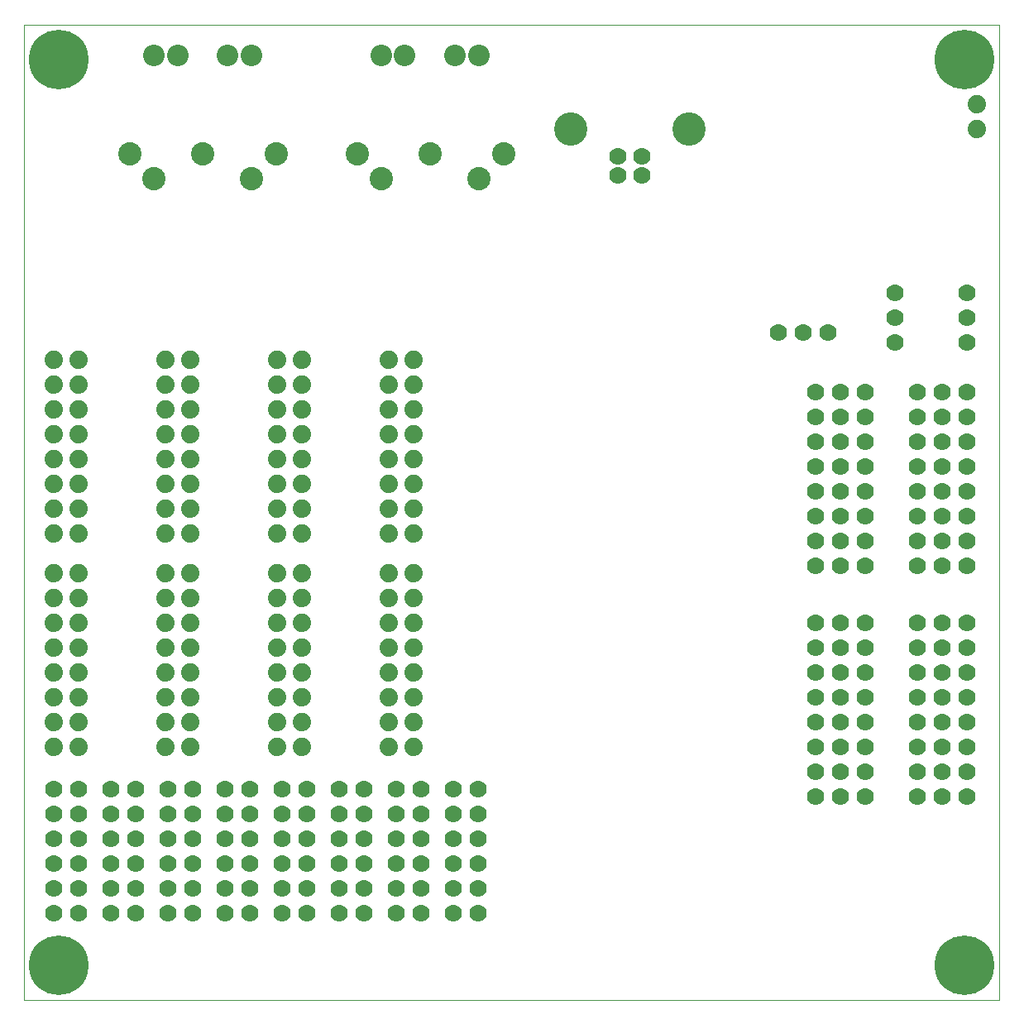
<source format=gbs>
G75*
%MOIN*%
%OFA0B0*%
%FSLAX25Y25*%
%IPPOS*%
%LPD*%
%AMOC8*
5,1,8,0,0,1.08239X$1,22.5*
%
%ADD10C,0.00000*%
%ADD11C,0.07000*%
%ADD12C,0.13400*%
%ADD13C,0.09400*%
%ADD14C,0.08668*%
%ADD15C,0.07400*%
%ADD16C,0.24022*%
D10*
X0001500Y0001500D02*
X0001500Y0394500D01*
X0394500Y0394500D01*
X0394500Y0001500D01*
X0001500Y0001500D01*
D11*
X0013500Y0036500D03*
X0013500Y0046500D03*
X0023500Y0046500D03*
X0023500Y0036500D03*
X0036500Y0036500D03*
X0036500Y0046500D03*
X0046500Y0046500D03*
X0046500Y0036500D03*
X0059500Y0036500D03*
X0059500Y0046500D03*
X0069500Y0046500D03*
X0069500Y0036500D03*
X0082500Y0036500D03*
X0082500Y0046500D03*
X0082500Y0056500D03*
X0082500Y0066500D03*
X0082500Y0076500D03*
X0082500Y0086500D03*
X0092500Y0086500D03*
X0092500Y0076500D03*
X0092500Y0066500D03*
X0092500Y0056500D03*
X0092500Y0046500D03*
X0092500Y0036500D03*
X0105500Y0036500D03*
X0105500Y0046500D03*
X0105500Y0056500D03*
X0105500Y0066500D03*
X0105500Y0076500D03*
X0105500Y0086500D03*
X0115500Y0086500D03*
X0115500Y0076500D03*
X0115500Y0066500D03*
X0115500Y0056500D03*
X0115500Y0046500D03*
X0115500Y0036500D03*
X0128500Y0036500D03*
X0128500Y0046500D03*
X0138500Y0046500D03*
X0138500Y0036500D03*
X0151500Y0036500D03*
X0151500Y0046500D03*
X0161500Y0046500D03*
X0161500Y0036500D03*
X0174500Y0036500D03*
X0174500Y0046500D03*
X0184500Y0046500D03*
X0184500Y0036500D03*
X0184500Y0056500D03*
X0184500Y0066500D03*
X0174500Y0066500D03*
X0174500Y0056500D03*
X0161500Y0056500D03*
X0161500Y0066500D03*
X0151500Y0066500D03*
X0151500Y0056500D03*
X0138500Y0056500D03*
X0138500Y0066500D03*
X0128500Y0066500D03*
X0128500Y0056500D03*
X0128500Y0076500D03*
X0128500Y0086500D03*
X0138500Y0086500D03*
X0138500Y0076500D03*
X0151500Y0076500D03*
X0151500Y0086500D03*
X0161500Y0086500D03*
X0161500Y0076500D03*
X0174500Y0076500D03*
X0174500Y0086500D03*
X0184500Y0086500D03*
X0184500Y0076500D03*
X0069500Y0076500D03*
X0069500Y0086500D03*
X0059500Y0086500D03*
X0059500Y0076500D03*
X0059500Y0066500D03*
X0059500Y0056500D03*
X0069500Y0056500D03*
X0069500Y0066500D03*
X0046500Y0066500D03*
X0046500Y0056500D03*
X0036500Y0056500D03*
X0036500Y0066500D03*
X0036500Y0076500D03*
X0036500Y0086500D03*
X0046500Y0086500D03*
X0046500Y0076500D03*
X0023500Y0076500D03*
X0023500Y0086500D03*
X0013500Y0086500D03*
X0013500Y0076500D03*
X0013500Y0066500D03*
X0013500Y0056500D03*
X0023500Y0056500D03*
X0023500Y0066500D03*
X0240579Y0333700D03*
X0240579Y0341500D03*
X0250421Y0341500D03*
X0250421Y0333700D03*
X0305500Y0270500D03*
X0315500Y0270500D03*
X0325500Y0270500D03*
X0320500Y0246500D03*
X0320500Y0236500D03*
X0320500Y0226500D03*
X0320500Y0216500D03*
X0320500Y0206500D03*
X0320500Y0196500D03*
X0320500Y0186500D03*
X0320500Y0176500D03*
X0330500Y0176500D03*
X0340500Y0176500D03*
X0340500Y0186500D03*
X0340500Y0196500D03*
X0330500Y0196500D03*
X0330500Y0186500D03*
X0330500Y0206500D03*
X0330500Y0216500D03*
X0340500Y0216500D03*
X0340500Y0206500D03*
X0340500Y0226500D03*
X0340500Y0236500D03*
X0330500Y0236500D03*
X0330500Y0226500D03*
X0330500Y0246500D03*
X0340500Y0246500D03*
X0352500Y0266500D03*
X0352500Y0276500D03*
X0352500Y0286500D03*
X0381500Y0286500D03*
X0381500Y0276500D03*
X0381500Y0266500D03*
X0381500Y0246500D03*
X0381500Y0236500D03*
X0381500Y0226500D03*
X0381500Y0216500D03*
X0381500Y0206500D03*
X0381500Y0196500D03*
X0381500Y0186500D03*
X0381500Y0176500D03*
X0371500Y0176500D03*
X0361500Y0176500D03*
X0361500Y0186500D03*
X0361500Y0196500D03*
X0371500Y0196500D03*
X0371500Y0186500D03*
X0371500Y0206500D03*
X0371500Y0216500D03*
X0361500Y0216500D03*
X0361500Y0206500D03*
X0361500Y0226500D03*
X0361500Y0236500D03*
X0371500Y0236500D03*
X0371500Y0226500D03*
X0371500Y0246500D03*
X0361500Y0246500D03*
X0361500Y0153500D03*
X0361500Y0143500D03*
X0371500Y0143500D03*
X0371500Y0153500D03*
X0381500Y0153500D03*
X0381500Y0143500D03*
X0381500Y0133500D03*
X0381500Y0123500D03*
X0381500Y0113500D03*
X0381500Y0103500D03*
X0381500Y0093500D03*
X0381500Y0083500D03*
X0371500Y0083500D03*
X0371500Y0093500D03*
X0361500Y0093500D03*
X0361500Y0083500D03*
X0361500Y0103500D03*
X0361500Y0113500D03*
X0371500Y0113500D03*
X0371500Y0103500D03*
X0371500Y0123500D03*
X0371500Y0133500D03*
X0361500Y0133500D03*
X0361500Y0123500D03*
X0340500Y0123500D03*
X0340500Y0133500D03*
X0330500Y0133500D03*
X0330500Y0123500D03*
X0330500Y0113500D03*
X0330500Y0103500D03*
X0340500Y0103500D03*
X0340500Y0113500D03*
X0340500Y0093500D03*
X0340500Y0083500D03*
X0330500Y0083500D03*
X0330500Y0093500D03*
X0320500Y0093500D03*
X0320500Y0083500D03*
X0320500Y0103500D03*
X0320500Y0113500D03*
X0320500Y0123500D03*
X0320500Y0133500D03*
X0320500Y0143500D03*
X0320500Y0153500D03*
X0330500Y0153500D03*
X0330500Y0143500D03*
X0340500Y0143500D03*
X0340500Y0153500D03*
D12*
X0269200Y0352200D03*
X0221800Y0352200D03*
D13*
X0194635Y0342227D03*
X0184635Y0332306D03*
X0164989Y0342187D03*
X0145265Y0332266D03*
X0135540Y0342227D03*
X0103135Y0342227D03*
X0093135Y0332306D03*
X0073489Y0342187D03*
X0053765Y0332266D03*
X0044040Y0342227D03*
D14*
X0053735Y0382027D03*
X0063335Y0382027D03*
X0083435Y0382027D03*
X0093135Y0382027D03*
X0145235Y0382027D03*
X0154835Y0382027D03*
X0174935Y0382027D03*
X0184635Y0382027D03*
D15*
X0158500Y0259500D03*
X0158500Y0249500D03*
X0158500Y0239500D03*
X0158500Y0229500D03*
X0158500Y0219500D03*
X0158500Y0209500D03*
X0158500Y0199500D03*
X0158500Y0189500D03*
X0148500Y0189500D03*
X0148500Y0199500D03*
X0148500Y0209500D03*
X0148500Y0219500D03*
X0148500Y0229500D03*
X0148500Y0239500D03*
X0148500Y0249500D03*
X0148500Y0259500D03*
X0113500Y0259500D03*
X0113500Y0249500D03*
X0103500Y0249500D03*
X0103500Y0259500D03*
X0103500Y0239500D03*
X0113500Y0239500D03*
X0113500Y0229500D03*
X0113500Y0219500D03*
X0103500Y0219500D03*
X0103500Y0229500D03*
X0103500Y0209500D03*
X0103500Y0199500D03*
X0113500Y0199500D03*
X0113500Y0209500D03*
X0113500Y0189500D03*
X0103500Y0189500D03*
X0103500Y0173500D03*
X0103500Y0163500D03*
X0113500Y0163500D03*
X0113500Y0173500D03*
X0113500Y0153500D03*
X0113500Y0143500D03*
X0103500Y0143500D03*
X0103500Y0153500D03*
X0103500Y0133500D03*
X0103500Y0123500D03*
X0113500Y0123500D03*
X0113500Y0133500D03*
X0113500Y0113500D03*
X0113500Y0103500D03*
X0103500Y0103500D03*
X0103500Y0113500D03*
X0068500Y0113500D03*
X0068500Y0103500D03*
X0058500Y0103500D03*
X0058500Y0113500D03*
X0058500Y0123500D03*
X0058500Y0133500D03*
X0058500Y0143500D03*
X0058500Y0153500D03*
X0058500Y0163500D03*
X0058500Y0173500D03*
X0068500Y0173500D03*
X0068500Y0163500D03*
X0068500Y0153500D03*
X0068500Y0143500D03*
X0068500Y0133500D03*
X0068500Y0123500D03*
X0023500Y0123500D03*
X0023500Y0133500D03*
X0013500Y0133500D03*
X0013500Y0123500D03*
X0013500Y0113500D03*
X0013500Y0103500D03*
X0023500Y0103500D03*
X0023500Y0113500D03*
X0023500Y0143500D03*
X0023500Y0153500D03*
X0013500Y0153500D03*
X0013500Y0143500D03*
X0013500Y0163500D03*
X0013500Y0173500D03*
X0023500Y0173500D03*
X0023500Y0163500D03*
X0023500Y0189500D03*
X0013500Y0189500D03*
X0013500Y0199500D03*
X0013500Y0209500D03*
X0023500Y0209500D03*
X0023500Y0199500D03*
X0023500Y0219500D03*
X0023500Y0229500D03*
X0013500Y0229500D03*
X0013500Y0219500D03*
X0013500Y0239500D03*
X0023500Y0239500D03*
X0023500Y0249500D03*
X0023500Y0259500D03*
X0013500Y0259500D03*
X0013500Y0249500D03*
X0058500Y0249500D03*
X0058500Y0259500D03*
X0068500Y0259500D03*
X0068500Y0249500D03*
X0068500Y0239500D03*
X0068500Y0229500D03*
X0068500Y0219500D03*
X0068500Y0209500D03*
X0068500Y0199500D03*
X0068500Y0189500D03*
X0058500Y0189500D03*
X0058500Y0199500D03*
X0058500Y0209500D03*
X0058500Y0219500D03*
X0058500Y0229500D03*
X0058500Y0239500D03*
X0148500Y0173500D03*
X0148500Y0163500D03*
X0148500Y0153500D03*
X0148500Y0143500D03*
X0148500Y0133500D03*
X0148500Y0123500D03*
X0148500Y0113500D03*
X0148500Y0103500D03*
X0158500Y0103500D03*
X0158500Y0113500D03*
X0158500Y0123500D03*
X0158500Y0133500D03*
X0158500Y0143500D03*
X0158500Y0153500D03*
X0158500Y0163500D03*
X0158500Y0173500D03*
X0385500Y0352500D03*
X0385500Y0362500D03*
D16*
X0380500Y0380500D03*
X0380500Y0015500D03*
X0015500Y0015500D03*
X0015500Y0380500D03*
M02*

</source>
